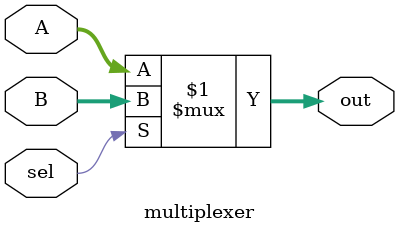
<source format=v>
`timescale 1ns / 1ps


module multiplexer #(parameter n=32)(
    input [n-1:0]A,
input [n-1:0]B,
input sel,
output [n-1:0]out
);

assign out =sel? B:A;

endmodule

</source>
